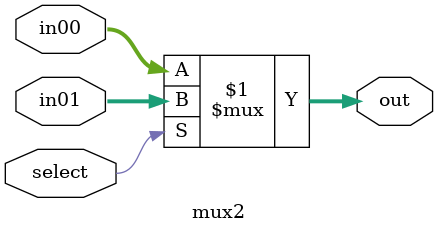
<source format=sv>
module mux2(select, in00, in01, out);
    input wire select;
    input wire [31:0] in00, in01;
    output logic [31:0] out;

    assign out = select ? in01 : in00;

endmodule
</source>
